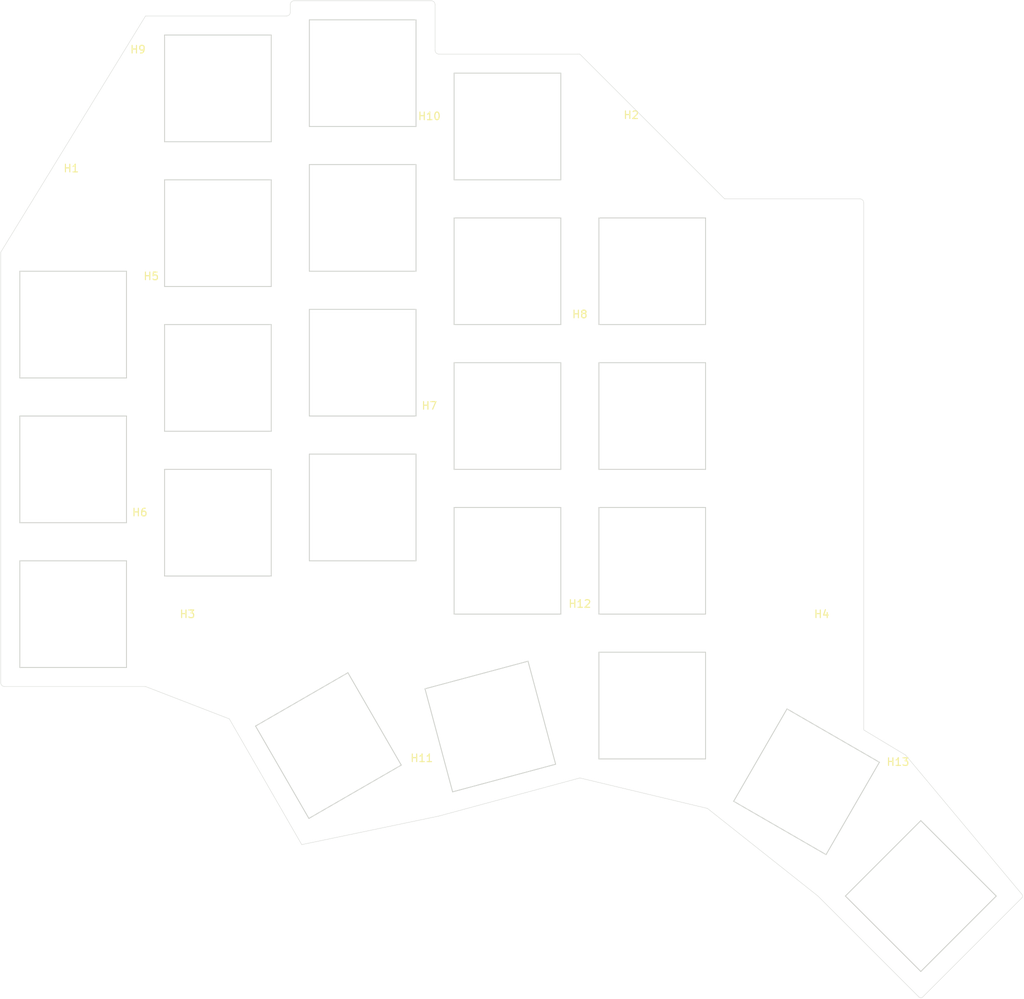
<source format=kicad_pcb>
(kicad_pcb (version 20171130) (host pcbnew 5.1.10)

  (general
    (thickness 1.6)
    (drawings 30)
    (tracks 0)
    (zones 0)
    (modules 36)
    (nets 1)
  )

  (page A4)
  (layers
    (0 F.Cu signal)
    (31 B.Cu signal)
    (32 B.Adhes user)
    (33 F.Adhes user)
    (34 B.Paste user)
    (35 F.Paste user)
    (36 B.SilkS user)
    (37 F.SilkS user)
    (38 B.Mask user)
    (39 F.Mask user)
    (40 Dwgs.User user)
    (41 Cmts.User user)
    (42 Eco1.User user)
    (43 Eco2.User user)
    (44 Edge.Cuts user)
    (45 Margin user)
    (46 B.CrtYd user)
    (47 F.CrtYd user)
    (48 B.Fab user)
    (49 F.Fab user)
  )

  (setup
    (last_trace_width 0.25)
    (trace_clearance 0.2)
    (zone_clearance 0.508)
    (zone_45_only no)
    (trace_min 0.2)
    (via_size 0.8)
    (via_drill 0.4)
    (via_min_size 0.6)
    (via_min_drill 0.3)
    (uvia_size 0.3)
    (uvia_drill 0.1)
    (uvias_allowed no)
    (uvia_min_size 0.2)
    (uvia_min_drill 0.1)
    (edge_width 0.05)
    (segment_width 0.2)
    (pcb_text_width 0.3)
    (pcb_text_size 1.5 1.5)
    (mod_edge_width 0.12)
    (mod_text_size 1 1)
    (mod_text_width 0.15)
    (pad_size 1.524 1.524)
    (pad_drill 0.762)
    (pad_to_mask_clearance 0.05)
    (aux_axis_origin 0 0)
    (visible_elements FFFFFF7F)
    (pcbplotparams
      (layerselection 0x010fc_ffffffff)
      (usegerberextensions false)
      (usegerberattributes true)
      (usegerberadvancedattributes true)
      (creategerberjobfile true)
      (excludeedgelayer true)
      (linewidth 0.100000)
      (plotframeref false)
      (viasonmask false)
      (mode 1)
      (useauxorigin false)
      (hpglpennumber 1)
      (hpglpenspeed 20)
      (hpglpendiameter 15.000000)
      (psnegative false)
      (psa4output false)
      (plotreference true)
      (plotvalue true)
      (plotinvisibletext false)
      (padsonsilk false)
      (subtractmaskfromsilk true)
      (outputformat 1)
      (mirror false)
      (drillshape 0)
      (scaleselection 1)
      (outputdirectory "gerbers"))
  )

  (net 0 "")

  (net_class Default "This is the default net class."
    (clearance 0.2)
    (trace_width 0.25)
    (via_dia 0.8)
    (via_drill 0.4)
    (uvia_dia 0.3)
    (uvia_drill 0.1)
  )

  (net_class Power ""
    (clearance 0.2)
    (trace_width 0.5)
    (via_dia 0.8)
    (via_drill 0.4)
    (uvia_dia 0.3)
    (uvia_drill 0.1)
  )

  (module kbd:SW_Hole (layer F.Cu) (tedit 5F1B7F65) (tstamp 60D8C71F)
    (at 62.5 81.25)
    (fp_text reference SW2 (at 7 8.1) (layer F.SilkS) hide
      (effects (font (size 1 1) (thickness 0.15)))
    )
    (fp_text value KEY_SWITCH (at -7.4 -8.1) (layer F.Fab) hide
      (effects (font (size 1 1) (thickness 0.15)))
    )
    (fp_line (start 7 -7) (end -7 -7) (layer Edge.Cuts) (width 0.12))
    (fp_line (start 7 7) (end 7 -7) (layer Edge.Cuts) (width 0.12))
    (fp_line (start -7 7) (end 7 7) (layer Edge.Cuts) (width 0.12))
    (fp_line (start -7 -7) (end -7 7) (layer Edge.Cuts) (width 0.12))
    (fp_line (start 9.525 -9.525) (end -9.525 -9.525) (layer F.Fab) (width 0.15))
    (fp_line (start -9.525 -9.525) (end -9.525 9.525) (layer F.Fab) (width 0.15))
    (fp_line (start -9.525 9.525) (end 9.525 9.525) (layer F.Fab) (width 0.15))
    (fp_line (start 9.525 9.525) (end 9.525 -9.525) (layer F.Fab) (width 0.15))
  )

  (module kbd:SW_Hole (layer F.Cu) (tedit 5F1B7F65) (tstamp 60D8C782)
    (at 62.5 24.25)
    (fp_text reference SW2 (at 7 8.1) (layer F.SilkS) hide
      (effects (font (size 1 1) (thickness 0.15)))
    )
    (fp_text value KEY_SWITCH (at -7.4 -8.1) (layer F.Fab) hide
      (effects (font (size 1 1) (thickness 0.15)))
    )
    (fp_line (start 7 -7) (end -7 -7) (layer Edge.Cuts) (width 0.12))
    (fp_line (start 7 7) (end 7 -7) (layer Edge.Cuts) (width 0.12))
    (fp_line (start -7 7) (end 7 7) (layer Edge.Cuts) (width 0.12))
    (fp_line (start -7 -7) (end -7 7) (layer Edge.Cuts) (width 0.12))
    (fp_line (start 9.525 -9.525) (end -9.525 -9.525) (layer F.Fab) (width 0.15))
    (fp_line (start -9.525 -9.525) (end -9.525 9.525) (layer F.Fab) (width 0.15))
    (fp_line (start -9.525 9.525) (end 9.525 9.525) (layer F.Fab) (width 0.15))
    (fp_line (start 9.525 9.525) (end 9.525 -9.525) (layer F.Fab) (width 0.15))
  )

  (module MountingHole:MountingHole_3.2mm_M3_ISO7380 (layer F.Cu) (tedit 56D1B4CB) (tstamp 60D8C820)
    (at 33 25)
    (descr "Mounting Hole 3.2mm, no annular, M3, ISO7380")
    (tags "mounting hole 3.2mm no annular m3 iso7380")
    (path /6167EB6B)
    (attr virtual)
    (fp_text reference H9 (at 0 -3.85) (layer F.SilkS)
      (effects (font (size 1 1) (thickness 0.15)))
    )
    (fp_text value MountingHole (at 0 3.85) (layer F.Fab)
      (effects (font (size 1 1) (thickness 0.15)))
    )
    (fp_circle (center 0 0) (end 3.1 0) (layer F.CrtYd) (width 0.05))
    (fp_circle (center 0 0) (end 2.85 0) (layer Cmts.User) (width 0.15))
    (fp_text user %R (at 0.3 0) (layer F.Fab)
      (effects (font (size 1 1) (thickness 0.15)))
    )
    (pad 1 np_thru_hole circle (at 0 0) (size 3.2 3.2) (drill 3.2) (layers *.Cu *.Mask))
  )

  (module kbd:SW_Hole (layer F.Cu) (tedit 5F1B7F65) (tstamp 60D8C86F)
    (at 43.5 26.25)
    (fp_text reference SW2 (at 7 8.1) (layer F.SilkS) hide
      (effects (font (size 1 1) (thickness 0.15)))
    )
    (fp_text value KEY_SWITCH (at -7.4 -8.1) (layer F.Fab) hide
      (effects (font (size 1 1) (thickness 0.15)))
    )
    (fp_line (start 7 -7) (end -7 -7) (layer Edge.Cuts) (width 0.12))
    (fp_line (start 7 7) (end 7 -7) (layer Edge.Cuts) (width 0.12))
    (fp_line (start -7 7) (end 7 7) (layer Edge.Cuts) (width 0.12))
    (fp_line (start -7 -7) (end -7 7) (layer Edge.Cuts) (width 0.12))
    (fp_line (start 9.525 -9.525) (end -9.525 -9.525) (layer F.Fab) (width 0.15))
    (fp_line (start -9.525 -9.525) (end -9.525 9.525) (layer F.Fab) (width 0.15))
    (fp_line (start -9.525 9.525) (end 9.525 9.525) (layer F.Fab) (width 0.15))
    (fp_line (start 9.525 9.525) (end 9.525 -9.525) (layer F.Fab) (width 0.15))
  )

  (module kbd:SW_Hole (layer F.Cu) (tedit 5F1B7F65) (tstamp 60D8C803)
    (at 62.5 43.25)
    (fp_text reference SW2 (at 7 8.1) (layer F.SilkS) hide
      (effects (font (size 1 1) (thickness 0.15)))
    )
    (fp_text value KEY_SWITCH (at -7.4 -8.1) (layer F.Fab) hide
      (effects (font (size 1 1) (thickness 0.15)))
    )
    (fp_line (start 7 -7) (end -7 -7) (layer Edge.Cuts) (width 0.12))
    (fp_line (start 7 7) (end 7 -7) (layer Edge.Cuts) (width 0.12))
    (fp_line (start -7 7) (end 7 7) (layer Edge.Cuts) (width 0.12))
    (fp_line (start -7 -7) (end -7 7) (layer Edge.Cuts) (width 0.12))
    (fp_line (start 9.525 -9.525) (end -9.525 -9.525) (layer F.Fab) (width 0.15))
    (fp_line (start -9.525 -9.525) (end -9.525 9.525) (layer F.Fab) (width 0.15))
    (fp_line (start -9.525 9.525) (end 9.525 9.525) (layer F.Fab) (width 0.15))
    (fp_line (start 9.525 9.525) (end 9.525 -9.525) (layer F.Fab) (width 0.15))
  )

  (module MountingHole:MountingHole_5.3mm_M5_ISO7380 (layer F.Cu) (tedit 56D1B4CB) (tstamp 60D8C7C9)
    (at 24.25 42.5)
    (descr "Mounting Hole 5.3mm, no annular, M5, ISO7380")
    (tags "mounting hole 5.3mm no annular m5 iso7380")
    (path /616435D9)
    (attr virtual)
    (fp_text reference H1 (at 0 -5.75) (layer F.SilkS)
      (effects (font (size 1 1) (thickness 0.15)))
    )
    (fp_text value MountingHole (at 0 5.75) (layer F.Fab)
      (effects (font (size 1 1) (thickness 0.15)))
    )
    (fp_circle (center 0 0) (end 5 0) (layer F.CrtYd) (width 0.05))
    (fp_circle (center 0 0) (end 4.75 0) (layer Cmts.User) (width 0.15))
    (fp_text user %R (at 0.3 0) (layer F.Fab)
      (effects (font (size 1 1) (thickness 0.15)))
    )
    (pad 1 np_thru_hole circle (at 0 0) (size 5.3 5.3) (drill 5.3) (layers *.Cu *.Mask))
  )

  (module MountingHole:MountingHole_5.3mm_M5_ISO7380 (layer F.Cu) (tedit 56D1B4CB) (tstamp 60D8C856)
    (at 97.75 35.5)
    (descr "Mounting Hole 5.3mm, no annular, M5, ISO7380")
    (tags "mounting hole 5.3mm no annular m5 iso7380")
    (path /61652C8C)
    (attr virtual)
    (fp_text reference H2 (at 0 -5.75) (layer F.SilkS)
      (effects (font (size 1 1) (thickness 0.15)))
    )
    (fp_text value MountingHole (at 0 5.75) (layer F.Fab)
      (effects (font (size 1 1) (thickness 0.15)))
    )
    (fp_circle (center 0 0) (end 4.75 0) (layer Cmts.User) (width 0.15))
    (fp_circle (center 0 0) (end 5 0) (layer F.CrtYd) (width 0.05))
    (fp_text user %R (at 0.3 0) (layer F.Fab)
      (effects (font (size 1 1) (thickness 0.15)))
    )
    (pad 1 np_thru_hole circle (at 0 0) (size 5.3 5.3) (drill 5.3) (layers *.Cu *.Mask))
  )

  (module MountingHole:MountingHole_3.2mm_M3_ISO7380 (layer F.Cu) (tedit 56D1B4CB) (tstamp 60D8C79F)
    (at 132.75 118.5)
    (descr "Mounting Hole 3.2mm, no annular, M3, ISO7380")
    (tags "mounting hole 3.2mm no annular m3 iso7380")
    (path /616BCAAD)
    (attr virtual)
    (fp_text reference H13 (at 0 -3.85) (layer F.SilkS)
      (effects (font (size 1 1) (thickness 0.15)))
    )
    (fp_text value MountingHole (at 0 3.85) (layer F.Fab)
      (effects (font (size 1 1) (thickness 0.15)))
    )
    (fp_circle (center 0 0) (end 2.85 0) (layer Cmts.User) (width 0.15))
    (fp_circle (center 0 0) (end 3.1 0) (layer F.CrtYd) (width 0.05))
    (fp_text user %R (at 0.3 0) (layer F.Fab)
      (effects (font (size 1 1) (thickness 0.15)))
    )
    (pad 1 np_thru_hole circle (at 0 0) (size 3.2 3.2) (drill 3.2) (layers *.Cu *.Mask))
  )

  (module MountingHole:MountingHole_3.2mm_M3_ISO7380 (layer F.Cu) (tedit 56D1B4CB) (tstamp 60D8C706)
    (at 91 97.75)
    (descr "Mounting Hole 3.2mm, no annular, M3, ISO7380")
    (tags "mounting hole 3.2mm no annular m3 iso7380")
    (path /616BCAA7)
    (attr virtual)
    (fp_text reference H12 (at 0 -3.85) (layer F.SilkS)
      (effects (font (size 1 1) (thickness 0.15)))
    )
    (fp_text value MountingHole (at 0 3.85) (layer F.Fab)
      (effects (font (size 1 1) (thickness 0.15)))
    )
    (fp_circle (center 0 0) (end 2.85 0) (layer Cmts.User) (width 0.15))
    (fp_circle (center 0 0) (end 3.1 0) (layer F.CrtYd) (width 0.05))
    (fp_text user %R (at 0.3 0) (layer F.Fab)
      (effects (font (size 1 1) (thickness 0.15)))
    )
    (pad 1 np_thru_hole circle (at 0 0) (size 3.2 3.2) (drill 3.2) (layers *.Cu *.Mask))
  )

  (module MountingHole:MountingHole_3.2mm_M3_ISO7380 (layer F.Cu) (tedit 56D1B4CB) (tstamp 60D8C7B4)
    (at 91 59.75)
    (descr "Mounting Hole 3.2mm, no annular, M3, ISO7380")
    (tags "mounting hole 3.2mm no annular m3 iso7380")
    (path /616786F2)
    (attr virtual)
    (fp_text reference H8 (at 0 -3.85) (layer F.SilkS)
      (effects (font (size 1 1) (thickness 0.15)))
    )
    (fp_text value MountingHole (at 0 3.85) (layer F.Fab)
      (effects (font (size 1 1) (thickness 0.15)))
    )
    (fp_circle (center 0 0) (end 2.85 0) (layer Cmts.User) (width 0.15))
    (fp_circle (center 0 0) (end 3.1 0) (layer F.CrtYd) (width 0.05))
    (fp_text user %R (at 0.3 0) (layer F.Fab)
      (effects (font (size 1 1) (thickness 0.15)))
    )
    (pad 1 np_thru_hole circle (at 0 0) (size 3.2 3.2) (drill 3.2) (layers *.Cu *.Mask))
  )

  (module kbd:SW_Hole (layer F.Cu) (tedit 5F1B7F65) (tstamp 60D8C740)
    (at 43.5 83.25)
    (fp_text reference SW2 (at 7 8.1) (layer F.SilkS) hide
      (effects (font (size 1 1) (thickness 0.15)))
    )
    (fp_text value KEY_SWITCH (at -7.4 -8.1) (layer F.Fab) hide
      (effects (font (size 1 1) (thickness 0.15)))
    )
    (fp_line (start 7 -7) (end -7 -7) (layer Edge.Cuts) (width 0.12))
    (fp_line (start 7 7) (end 7 -7) (layer Edge.Cuts) (width 0.12))
    (fp_line (start -7 7) (end 7 7) (layer Edge.Cuts) (width 0.12))
    (fp_line (start -7 -7) (end -7 7) (layer Edge.Cuts) (width 0.12))
    (fp_line (start 9.525 -9.525) (end -9.525 -9.525) (layer F.Fab) (width 0.15))
    (fp_line (start -9.525 -9.525) (end -9.525 9.525) (layer F.Fab) (width 0.15))
    (fp_line (start -9.525 9.525) (end 9.525 9.525) (layer F.Fab) (width 0.15))
    (fp_line (start 9.525 9.525) (end 9.525 -9.525) (layer F.Fab) (width 0.15))
  )

  (module kbd:SW_Hole (layer F.Cu) (tedit 5F1B7F65) (tstamp 60D8C839)
    (at 81.5 88.25)
    (fp_text reference SW2 (at 7 8.1) (layer F.SilkS) hide
      (effects (font (size 1 1) (thickness 0.15)))
    )
    (fp_text value KEY_SWITCH (at -7.4 -8.1) (layer F.Fab) hide
      (effects (font (size 1 1) (thickness 0.15)))
    )
    (fp_line (start 7 -7) (end -7 -7) (layer Edge.Cuts) (width 0.12))
    (fp_line (start 7 7) (end 7 -7) (layer Edge.Cuts) (width 0.12))
    (fp_line (start -7 7) (end 7 7) (layer Edge.Cuts) (width 0.12))
    (fp_line (start -7 -7) (end -7 7) (layer Edge.Cuts) (width 0.12))
    (fp_line (start 9.525 -9.525) (end -9.525 -9.525) (layer F.Fab) (width 0.15))
    (fp_line (start -9.525 -9.525) (end -9.525 9.525) (layer F.Fab) (width 0.15))
    (fp_line (start -9.525 9.525) (end 9.525 9.525) (layer F.Fab) (width 0.15))
    (fp_line (start 9.525 9.525) (end 9.525 -9.525) (layer F.Fab) (width 0.15))
  )

  (module kbd:SW_Hole (layer F.Cu) (tedit 5F1B7F65) (tstamp 60D8C58D)
    (at 120.75 117.25 330)
    (fp_text reference SW2 (at 7 8.1 150) (layer F.SilkS) hide
      (effects (font (size 1 1) (thickness 0.15)))
    )
    (fp_text value KEY_SWITCH (at -7.4 -8.1 150) (layer F.Fab) hide
      (effects (font (size 1 1) (thickness 0.15)))
    )
    (fp_line (start 7 -7) (end -7 -7) (layer Edge.Cuts) (width 0.12))
    (fp_line (start 7 7) (end 7 -7) (layer Edge.Cuts) (width 0.12))
    (fp_line (start -7 7) (end 7 7) (layer Edge.Cuts) (width 0.12))
    (fp_line (start -7 -7) (end -7 7) (layer Edge.Cuts) (width 0.12))
    (fp_line (start 9.525 -9.525) (end -9.525 -9.525) (layer F.Fab) (width 0.15))
    (fp_line (start -9.525 -9.525) (end -9.525 9.525) (layer F.Fab) (width 0.15))
    (fp_line (start -9.525 9.525) (end 9.525 9.525) (layer F.Fab) (width 0.15))
    (fp_line (start 9.525 9.525) (end 9.525 -9.525) (layer F.Fab) (width 0.15))
  )

  (module kbd:SW_Hole (layer F.Cu) (tedit 5F1B7F65) (tstamp 60D8C5F9)
    (at 79.25 110 15)
    (fp_text reference SW2 (at 7 8.1 15) (layer F.SilkS) hide
      (effects (font (size 1 1) (thickness 0.15)))
    )
    (fp_text value KEY_SWITCH (at -7.4 -8.1 15) (layer F.Fab) hide
      (effects (font (size 1 1) (thickness 0.15)))
    )
    (fp_line (start 7 -7) (end -7 -7) (layer Edge.Cuts) (width 0.12))
    (fp_line (start 7 7) (end 7 -7) (layer Edge.Cuts) (width 0.12))
    (fp_line (start -7 7) (end 7 7) (layer Edge.Cuts) (width 0.12))
    (fp_line (start -7 -7) (end -7 7) (layer Edge.Cuts) (width 0.12))
    (fp_line (start 9.525 -9.525) (end -9.525 -9.525) (layer F.Fab) (width 0.15))
    (fp_line (start -9.525 -9.525) (end -9.525 9.525) (layer F.Fab) (width 0.15))
    (fp_line (start -9.525 9.525) (end 9.525 9.525) (layer F.Fab) (width 0.15))
    (fp_line (start 9.525 9.525) (end 9.525 -9.525) (layer F.Fab) (width 0.15))
  )

  (module kbd:SW_Hole (layer F.Cu) (tedit 5F1B7F65) (tstamp 60D8C8E7)
    (at 24.5 76.25)
    (fp_text reference SW2 (at 7 8.1) (layer F.SilkS) hide
      (effects (font (size 1 1) (thickness 0.15)))
    )
    (fp_text value KEY_SWITCH (at -7.4 -8.1) (layer F.Fab) hide
      (effects (font (size 1 1) (thickness 0.15)))
    )
    (fp_line (start 7 -7) (end -7 -7) (layer Edge.Cuts) (width 0.12))
    (fp_line (start 7 7) (end 7 -7) (layer Edge.Cuts) (width 0.12))
    (fp_line (start -7 7) (end 7 7) (layer Edge.Cuts) (width 0.12))
    (fp_line (start -7 -7) (end -7 7) (layer Edge.Cuts) (width 0.12))
    (fp_line (start 9.525 -9.525) (end -9.525 -9.525) (layer F.Fab) (width 0.15))
    (fp_line (start -9.525 -9.525) (end -9.525 9.525) (layer F.Fab) (width 0.15))
    (fp_line (start -9.525 9.525) (end 9.525 9.525) (layer F.Fab) (width 0.15))
    (fp_line (start 9.525 9.525) (end 9.525 -9.525) (layer F.Fab) (width 0.15))
  )

  (module kbd:SW_Hole (layer F.Cu) (tedit 5F1B7F65) (tstamp 60D8C65C)
    (at 24.5 95.25)
    (fp_text reference SW2 (at 7 8.1) (layer F.SilkS) hide
      (effects (font (size 1 1) (thickness 0.15)))
    )
    (fp_text value KEY_SWITCH (at -7.4 -8.1) (layer F.Fab) hide
      (effects (font (size 1 1) (thickness 0.15)))
    )
    (fp_line (start 7 -7) (end -7 -7) (layer Edge.Cuts) (width 0.12))
    (fp_line (start 7 7) (end 7 -7) (layer Edge.Cuts) (width 0.12))
    (fp_line (start -7 7) (end 7 7) (layer Edge.Cuts) (width 0.12))
    (fp_line (start -7 -7) (end -7 7) (layer Edge.Cuts) (width 0.12))
    (fp_line (start 9.525 -9.525) (end -9.525 -9.525) (layer F.Fab) (width 0.15))
    (fp_line (start -9.525 -9.525) (end -9.525 9.525) (layer F.Fab) (width 0.15))
    (fp_line (start -9.525 9.525) (end 9.525 9.525) (layer F.Fab) (width 0.15))
    (fp_line (start 9.525 9.525) (end 9.525 -9.525) (layer F.Fab) (width 0.15))
  )

  (module MountingHole:MountingHole_3.2mm_M3_ISO7380 (layer F.Cu) (tedit 56D1B4CB) (tstamp 60D8C69A)
    (at 70.25 118)
    (descr "Mounting Hole 3.2mm, no annular, M3, ISO7380")
    (tags "mounting hole 3.2mm no annular m3 iso7380")
    (path /616BCAA1)
    (attr virtual)
    (fp_text reference H11 (at 0 -3.85) (layer F.SilkS)
      (effects (font (size 1 1) (thickness 0.15)))
    )
    (fp_text value MountingHole (at 0 3.85) (layer F.Fab)
      (effects (font (size 1 1) (thickness 0.15)))
    )
    (fp_circle (center 0 0) (end 3.1 0) (layer F.CrtYd) (width 0.05))
    (fp_circle (center 0 0) (end 2.85 0) (layer Cmts.User) (width 0.15))
    (fp_text user %R (at 0.3 0) (layer F.Fab)
      (effects (font (size 1 1) (thickness 0.15)))
    )
    (pad 1 np_thru_hole circle (at 0 0) (size 3.2 3.2) (drill 3.2) (layers *.Cu *.Mask))
  )

  (module MountingHole:MountingHole_5.3mm_M5_ISO7380 (layer F.Cu) (tedit 56D1B4CB) (tstamp 60D8C574)
    (at 122.75 101)
    (descr "Mounting Hole 5.3mm, no annular, M5, ISO7380")
    (tags "mounting hole 5.3mm no annular m5 iso7380")
    (path /6165F55E)
    (attr virtual)
    (fp_text reference H4 (at 0 -5.75) (layer F.SilkS)
      (effects (font (size 1 1) (thickness 0.15)))
    )
    (fp_text value MountingHole (at 0 5.75) (layer F.Fab)
      (effects (font (size 1 1) (thickness 0.15)))
    )
    (fp_circle (center 0 0) (end 5 0) (layer F.CrtYd) (width 0.05))
    (fp_circle (center 0 0) (end 4.75 0) (layer Cmts.User) (width 0.15))
    (fp_text user %R (at 0.3 0) (layer F.Fab)
      (effects (font (size 1 1) (thickness 0.15)))
    )
    (pad 1 np_thru_hole circle (at 0 0) (size 5.3 5.3) (drill 5.3) (layers *.Cu *.Mask))
  )

  (module kbd:SW_Hole (layer F.Cu) (tedit 5F1B7F65) (tstamp 60D8C8B1)
    (at 43.5 64.25)
    (fp_text reference SW2 (at 7 8.1) (layer F.SilkS) hide
      (effects (font (size 1 1) (thickness 0.15)))
    )
    (fp_text value KEY_SWITCH (at -7.4 -8.1) (layer F.Fab) hide
      (effects (font (size 1 1) (thickness 0.15)))
    )
    (fp_line (start 7 -7) (end -7 -7) (layer Edge.Cuts) (width 0.12))
    (fp_line (start 7 7) (end 7 -7) (layer Edge.Cuts) (width 0.12))
    (fp_line (start -7 7) (end 7 7) (layer Edge.Cuts) (width 0.12))
    (fp_line (start -7 -7) (end -7 7) (layer Edge.Cuts) (width 0.12))
    (fp_line (start 9.525 -9.525) (end -9.525 -9.525) (layer F.Fab) (width 0.15))
    (fp_line (start -9.525 -9.525) (end -9.525 9.525) (layer F.Fab) (width 0.15))
    (fp_line (start -9.525 9.525) (end 9.525 9.525) (layer F.Fab) (width 0.15))
    (fp_line (start 9.525 9.525) (end 9.525 -9.525) (layer F.Fab) (width 0.15))
  )

  (module kbd:SW_Hole (layer F.Cu) (tedit 5F1B7F65) (tstamp 60D8C890)
    (at 135.75 132.25 315)
    (fp_text reference SW2 (at 7 8.1 135) (layer F.SilkS) hide
      (effects (font (size 1 1) (thickness 0.15)))
    )
    (fp_text value KEY_SWITCH (at -7.4 -8.1 135) (layer F.Fab) hide
      (effects (font (size 1 1) (thickness 0.15)))
    )
    (fp_line (start 7 -7) (end -7 -7) (layer Edge.Cuts) (width 0.12))
    (fp_line (start 7 7) (end 7 -7) (layer Edge.Cuts) (width 0.12))
    (fp_line (start -7 7) (end 7 7) (layer Edge.Cuts) (width 0.12))
    (fp_line (start -7 -7) (end -7 7) (layer Edge.Cuts) (width 0.12))
    (fp_line (start 9.525 -9.525) (end -9.525 -9.525) (layer F.Fab) (width 0.15))
    (fp_line (start -9.525 -9.525) (end -9.525 9.525) (layer F.Fab) (width 0.15))
    (fp_line (start -9.525 9.525) (end 9.525 9.525) (layer F.Fab) (width 0.15))
    (fp_line (start 9.525 9.525) (end 9.525 -9.525) (layer F.Fab) (width 0.15))
  )

  (module kbd:SW_Hole (layer F.Cu) (tedit 5F1B7F65) (tstamp 60D8C67D)
    (at 81.5 50.25)
    (fp_text reference SW2 (at 7 8.1) (layer F.SilkS) hide
      (effects (font (size 1 1) (thickness 0.15)))
    )
    (fp_text value KEY_SWITCH (at -7.4 -8.1) (layer F.Fab) hide
      (effects (font (size 1 1) (thickness 0.15)))
    )
    (fp_line (start 7 -7) (end -7 -7) (layer Edge.Cuts) (width 0.12))
    (fp_line (start 7 7) (end 7 -7) (layer Edge.Cuts) (width 0.12))
    (fp_line (start -7 7) (end 7 7) (layer Edge.Cuts) (width 0.12))
    (fp_line (start -7 -7) (end -7 7) (layer Edge.Cuts) (width 0.12))
    (fp_line (start 9.525 -9.525) (end -9.525 -9.525) (layer F.Fab) (width 0.15))
    (fp_line (start -9.525 -9.525) (end -9.525 9.525) (layer F.Fab) (width 0.15))
    (fp_line (start -9.525 9.525) (end 9.525 9.525) (layer F.Fab) (width 0.15))
    (fp_line (start 9.525 9.525) (end 9.525 -9.525) (layer F.Fab) (width 0.15))
  )

  (module MountingHole:MountingHole_5.3mm_M5_ISO7380 (layer F.Cu) (tedit 56D1B4CB) (tstamp 60D8C5E0)
    (at 39.5 101)
    (descr "Mounting Hole 5.3mm, no annular, M5, ISO7380")
    (tags "mounting hole 5.3mm no annular m5 iso7380")
    (path /616590F7)
    (attr virtual)
    (fp_text reference H3 (at 0 -5.75) (layer F.SilkS)
      (effects (font (size 1 1) (thickness 0.15)))
    )
    (fp_text value MountingHole (at 0 5.75) (layer F.Fab)
      (effects (font (size 1 1) (thickness 0.15)))
    )
    (fp_circle (center 0 0) (end 4.75 0) (layer Cmts.User) (width 0.15))
    (fp_circle (center 0 0) (end 5 0) (layer F.CrtYd) (width 0.05))
    (fp_text user %R (at 0.3 0) (layer F.Fab)
      (effects (font (size 1 1) (thickness 0.15)))
    )
    (pad 1 np_thru_hole circle (at 0 0) (size 5.3 5.3) (drill 5.3) (layers *.Cu *.Mask))
  )

  (module kbd:SW_Hole (layer F.Cu) (tedit 5F1B7F65) (tstamp 60D8C761)
    (at 81.5 69.25)
    (fp_text reference SW2 (at 7 8.1) (layer F.SilkS) hide
      (effects (font (size 1 1) (thickness 0.15)))
    )
    (fp_text value KEY_SWITCH (at -7.4 -8.1) (layer F.Fab) hide
      (effects (font (size 1 1) (thickness 0.15)))
    )
    (fp_line (start 7 -7) (end -7 -7) (layer Edge.Cuts) (width 0.12))
    (fp_line (start 7 7) (end 7 -7) (layer Edge.Cuts) (width 0.12))
    (fp_line (start -7 7) (end 7 7) (layer Edge.Cuts) (width 0.12))
    (fp_line (start -7 -7) (end -7 7) (layer Edge.Cuts) (width 0.12))
    (fp_line (start 9.525 -9.525) (end -9.525 -9.525) (layer F.Fab) (width 0.15))
    (fp_line (start -9.525 -9.525) (end -9.525 9.525) (layer F.Fab) (width 0.15))
    (fp_line (start -9.525 9.525) (end 9.525 9.525) (layer F.Fab) (width 0.15))
    (fp_line (start 9.525 9.525) (end 9.525 -9.525) (layer F.Fab) (width 0.15))
  )

  (module kbd:SW_Hole (layer F.Cu) (tedit 5F1B7F65) (tstamp 60D8C557)
    (at 100.5 107.25)
    (fp_text reference SW2 (at 7 8.1) (layer F.SilkS) hide
      (effects (font (size 1 1) (thickness 0.15)))
    )
    (fp_text value KEY_SWITCH (at -7.4 -8.1) (layer F.Fab) hide
      (effects (font (size 1 1) (thickness 0.15)))
    )
    (fp_line (start 7 -7) (end -7 -7) (layer Edge.Cuts) (width 0.12))
    (fp_line (start 7 7) (end 7 -7) (layer Edge.Cuts) (width 0.12))
    (fp_line (start -7 7) (end 7 7) (layer Edge.Cuts) (width 0.12))
    (fp_line (start -7 -7) (end -7 7) (layer Edge.Cuts) (width 0.12))
    (fp_line (start 9.525 -9.525) (end -9.525 -9.525) (layer F.Fab) (width 0.15))
    (fp_line (start -9.525 -9.525) (end -9.525 9.525) (layer F.Fab) (width 0.15))
    (fp_line (start -9.525 9.525) (end 9.525 9.525) (layer F.Fab) (width 0.15))
    (fp_line (start 9.525 9.525) (end 9.525 -9.525) (layer F.Fab) (width 0.15))
  )

  (module MountingHole:MountingHole_3.2mm_M3_ISO7380 (layer F.Cu) (tedit 56D1B4CB) (tstamp 60D8C5AA)
    (at 71.25 33.75)
    (descr "Mounting Hole 3.2mm, no annular, M3, ISO7380")
    (tags "mounting hole 3.2mm no annular m3 iso7380")
    (path /616BCA9B)
    (attr virtual)
    (fp_text reference H10 (at 0 -3.85) (layer F.SilkS)
      (effects (font (size 1 1) (thickness 0.15)))
    )
    (fp_text value MountingHole (at 0 3.85) (layer F.Fab)
      (effects (font (size 1 1) (thickness 0.15)))
    )
    (fp_circle (center 0 0) (end 2.85 0) (layer Cmts.User) (width 0.15))
    (fp_circle (center 0 0) (end 3.1 0) (layer F.CrtYd) (width 0.05))
    (fp_text user %R (at 0.3 0) (layer F.Fab)
      (effects (font (size 1 1) (thickness 0.15)))
    )
    (pad 1 np_thru_hole circle (at 0 0) (size 3.2 3.2) (drill 3.2) (layers *.Cu *.Mask))
  )

  (module kbd:SW_Hole (layer F.Cu) (tedit 5F1B7F65) (tstamp 60D8C5C3)
    (at 100.5 50.25)
    (fp_text reference SW2 (at 7 8.1) (layer F.SilkS) hide
      (effects (font (size 1 1) (thickness 0.15)))
    )
    (fp_text value KEY_SWITCH (at -7.4 -8.1) (layer F.Fab) hide
      (effects (font (size 1 1) (thickness 0.15)))
    )
    (fp_line (start 7 -7) (end -7 -7) (layer Edge.Cuts) (width 0.12))
    (fp_line (start 7 7) (end 7 -7) (layer Edge.Cuts) (width 0.12))
    (fp_line (start -7 7) (end 7 7) (layer Edge.Cuts) (width 0.12))
    (fp_line (start -7 -7) (end -7 7) (layer Edge.Cuts) (width 0.12))
    (fp_line (start 9.525 -9.525) (end -9.525 -9.525) (layer F.Fab) (width 0.15))
    (fp_line (start -9.525 -9.525) (end -9.525 9.525) (layer F.Fab) (width 0.15))
    (fp_line (start -9.525 9.525) (end 9.525 9.525) (layer F.Fab) (width 0.15))
    (fp_line (start 9.525 9.525) (end 9.525 -9.525) (layer F.Fab) (width 0.15))
  )

  (module kbd:SW_Hole (layer F.Cu) (tedit 5F1B7F65) (tstamp 60D8C6B3)
    (at 100.5 69.25)
    (fp_text reference SW2 (at 7 8.1) (layer F.SilkS) hide
      (effects (font (size 1 1) (thickness 0.15)))
    )
    (fp_text value KEY_SWITCH (at -7.4 -8.1) (layer F.Fab) hide
      (effects (font (size 1 1) (thickness 0.15)))
    )
    (fp_line (start 7 -7) (end -7 -7) (layer Edge.Cuts) (width 0.12))
    (fp_line (start 7 7) (end 7 -7) (layer Edge.Cuts) (width 0.12))
    (fp_line (start -7 7) (end 7 7) (layer Edge.Cuts) (width 0.12))
    (fp_line (start -7 -7) (end -7 7) (layer Edge.Cuts) (width 0.12))
    (fp_line (start 9.525 -9.525) (end -9.525 -9.525) (layer F.Fab) (width 0.15))
    (fp_line (start -9.525 -9.525) (end -9.525 9.525) (layer F.Fab) (width 0.15))
    (fp_line (start -9.525 9.525) (end 9.525 9.525) (layer F.Fab) (width 0.15))
    (fp_line (start 9.525 9.525) (end 9.525 -9.525) (layer F.Fab) (width 0.15))
  )

  (module kbd:SW_Hole (layer F.Cu) (tedit 5F1B7F65) (tstamp 60D8C7E2)
    (at 81.5 31.25)
    (fp_text reference SW2 (at 7 8.1) (layer F.SilkS) hide
      (effects (font (size 1 1) (thickness 0.15)))
    )
    (fp_text value KEY_SWITCH (at -7.4 -8.1) (layer F.Fab) hide
      (effects (font (size 1 1) (thickness 0.15)))
    )
    (fp_line (start 7 -7) (end -7 -7) (layer Edge.Cuts) (width 0.12))
    (fp_line (start 7 7) (end 7 -7) (layer Edge.Cuts) (width 0.12))
    (fp_line (start -7 7) (end 7 7) (layer Edge.Cuts) (width 0.12))
    (fp_line (start -7 -7) (end -7 7) (layer Edge.Cuts) (width 0.12))
    (fp_line (start 9.525 -9.525) (end -9.525 -9.525) (layer F.Fab) (width 0.15))
    (fp_line (start -9.525 -9.525) (end -9.525 9.525) (layer F.Fab) (width 0.15))
    (fp_line (start -9.525 9.525) (end 9.525 9.525) (layer F.Fab) (width 0.15))
    (fp_line (start 9.525 9.525) (end 9.525 -9.525) (layer F.Fab) (width 0.15))
  )

  (module kbd:SW_Hole (layer F.Cu) (tedit 5F1B7F65) (tstamp 60D8C929)
    (at 43.5 45.25)
    (fp_text reference SW2 (at 7 8.1) (layer F.SilkS) hide
      (effects (font (size 1 1) (thickness 0.15)))
    )
    (fp_text value KEY_SWITCH (at -7.4 -8.1) (layer F.Fab) hide
      (effects (font (size 1 1) (thickness 0.15)))
    )
    (fp_line (start 7 -7) (end -7 -7) (layer Edge.Cuts) (width 0.12))
    (fp_line (start 7 7) (end 7 -7) (layer Edge.Cuts) (width 0.12))
    (fp_line (start -7 7) (end 7 7) (layer Edge.Cuts) (width 0.12))
    (fp_line (start -7 -7) (end -7 7) (layer Edge.Cuts) (width 0.12))
    (fp_line (start 9.525 -9.525) (end -9.525 -9.525) (layer F.Fab) (width 0.15))
    (fp_line (start -9.525 -9.525) (end -9.525 9.525) (layer F.Fab) (width 0.15))
    (fp_line (start -9.525 9.525) (end 9.525 9.525) (layer F.Fab) (width 0.15))
    (fp_line (start 9.525 9.525) (end 9.525 -9.525) (layer F.Fab) (width 0.15))
  )

  (module kbd:SW_Hole (layer F.Cu) (tedit 5F1B7F65) (tstamp 60D8C63B)
    (at 58 112.501854 30)
    (fp_text reference SW2 (at 7 8.1 30) (layer F.SilkS) hide
      (effects (font (size 1 1) (thickness 0.15)))
    )
    (fp_text value KEY_SWITCH (at -7.4 -8.1 30) (layer F.Fab) hide
      (effects (font (size 1 1) (thickness 0.15)))
    )
    (fp_line (start 7 -7) (end -7 -7) (layer Edge.Cuts) (width 0.12))
    (fp_line (start 7 7) (end 7 -7) (layer Edge.Cuts) (width 0.12))
    (fp_line (start -7 7) (end 7 7) (layer Edge.Cuts) (width 0.12))
    (fp_line (start -7 -7) (end -7 7) (layer Edge.Cuts) (width 0.12))
    (fp_line (start 9.525 -9.525) (end -9.525 -9.525) (layer F.Fab) (width 0.15))
    (fp_line (start -9.525 -9.525) (end -9.525 9.525) (layer F.Fab) (width 0.15))
    (fp_line (start -9.525 9.525) (end 9.525 9.525) (layer F.Fab) (width 0.15))
    (fp_line (start 9.525 9.525) (end 9.525 -9.525) (layer F.Fab) (width 0.15))
  )

  (module kbd:SW_Hole (layer F.Cu) (tedit 5F1B7F65) (tstamp 60D8C908)
    (at 24.5 57.25)
    (fp_text reference SW2 (at 7 8.1) (layer F.SilkS) hide
      (effects (font (size 1 1) (thickness 0.15)))
    )
    (fp_text value KEY_SWITCH (at -7.4 -8.1) (layer F.Fab) hide
      (effects (font (size 1 1) (thickness 0.15)))
    )
    (fp_line (start 7 -7) (end -7 -7) (layer Edge.Cuts) (width 0.12))
    (fp_line (start 7 7) (end 7 -7) (layer Edge.Cuts) (width 0.12))
    (fp_line (start -7 7) (end 7 7) (layer Edge.Cuts) (width 0.12))
    (fp_line (start -7 -7) (end -7 7) (layer Edge.Cuts) (width 0.12))
    (fp_line (start 9.525 -9.525) (end -9.525 -9.525) (layer F.Fab) (width 0.15))
    (fp_line (start -9.525 -9.525) (end -9.525 9.525) (layer F.Fab) (width 0.15))
    (fp_line (start -9.525 9.525) (end 9.525 9.525) (layer F.Fab) (width 0.15))
    (fp_line (start 9.525 9.525) (end 9.525 -9.525) (layer F.Fab) (width 0.15))
  )

  (module MountingHole:MountingHole_3.2mm_M3_ISO7380 (layer F.Cu) (tedit 56D1B4CB) (tstamp 60D8C6F1)
    (at 34.75 54.75)
    (descr "Mounting Hole 3.2mm, no annular, M3, ISO7380")
    (tags "mounting hole 3.2mm no annular m3 iso7380")
    (path /616659B7)
    (attr virtual)
    (fp_text reference H5 (at 0 -3.85) (layer F.SilkS)
      (effects (font (size 1 1) (thickness 0.15)))
    )
    (fp_text value MountingHole (at 0 3.85) (layer F.Fab)
      (effects (font (size 1 1) (thickness 0.15)))
    )
    (fp_circle (center 0 0) (end 3.1 0) (layer F.CrtYd) (width 0.05))
    (fp_circle (center 0 0) (end 2.85 0) (layer Cmts.User) (width 0.15))
    (fp_text user %R (at 0.3 0) (layer F.Fab)
      (effects (font (size 1 1) (thickness 0.15)))
    )
    (pad 1 np_thru_hole circle (at 0 0) (size 3.2 3.2) (drill 3.2) (layers *.Cu *.Mask))
  )

  (module kbd:SW_Hole (layer F.Cu) (tedit 5F1B7F65) (tstamp 60D8C6D4)
    (at 100.5 88.25)
    (fp_text reference SW2 (at 7 8.1) (layer F.SilkS) hide
      (effects (font (size 1 1) (thickness 0.15)))
    )
    (fp_text value KEY_SWITCH (at -7.4 -8.1) (layer F.Fab) hide
      (effects (font (size 1 1) (thickness 0.15)))
    )
    (fp_line (start 7 -7) (end -7 -7) (layer Edge.Cuts) (width 0.12))
    (fp_line (start 7 7) (end 7 -7) (layer Edge.Cuts) (width 0.12))
    (fp_line (start -7 7) (end 7 7) (layer Edge.Cuts) (width 0.12))
    (fp_line (start -7 -7) (end -7 7) (layer Edge.Cuts) (width 0.12))
    (fp_line (start 9.525 -9.525) (end -9.525 -9.525) (layer F.Fab) (width 0.15))
    (fp_line (start -9.525 -9.525) (end -9.525 9.525) (layer F.Fab) (width 0.15))
    (fp_line (start -9.525 9.525) (end 9.525 9.525) (layer F.Fab) (width 0.15))
    (fp_line (start 9.525 9.525) (end 9.525 -9.525) (layer F.Fab) (width 0.15))
  )

  (module kbd:SW_Hole (layer F.Cu) (tedit 5F1B7F65) (tstamp 60D8C61A)
    (at 62.5 62.25)
    (fp_text reference SW2 (at 7 8.1) (layer F.SilkS) hide
      (effects (font (size 1 1) (thickness 0.15)))
    )
    (fp_text value KEY_SWITCH (at -7.4 -8.1) (layer F.Fab) hide
      (effects (font (size 1 1) (thickness 0.15)))
    )
    (fp_line (start 7 -7) (end -7 -7) (layer Edge.Cuts) (width 0.12))
    (fp_line (start 7 7) (end 7 -7) (layer Edge.Cuts) (width 0.12))
    (fp_line (start -7 7) (end 7 7) (layer Edge.Cuts) (width 0.12))
    (fp_line (start -7 -7) (end -7 7) (layer Edge.Cuts) (width 0.12))
    (fp_line (start 9.525 -9.525) (end -9.525 -9.525) (layer F.Fab) (width 0.15))
    (fp_line (start -9.525 -9.525) (end -9.525 9.525) (layer F.Fab) (width 0.15))
    (fp_line (start -9.525 9.525) (end 9.525 9.525) (layer F.Fab) (width 0.15))
    (fp_line (start 9.525 9.525) (end 9.525 -9.525) (layer F.Fab) (width 0.15))
  )

  (module MountingHole:MountingHole_3.2mm_M3_ISO7380 (layer F.Cu) (tedit 56D1B4CB) (tstamp 60D8C8CE)
    (at 33.25 85.75)
    (descr "Mounting Hole 3.2mm, no annular, M3, ISO7380")
    (tags "mounting hole 3.2mm no annular m3 iso7380")
    (path /6166BE18)
    (attr virtual)
    (fp_text reference H6 (at 0 -3.85) (layer F.SilkS)
      (effects (font (size 1 1) (thickness 0.15)))
    )
    (fp_text value MountingHole (at 0 3.85) (layer F.Fab)
      (effects (font (size 1 1) (thickness 0.15)))
    )
    (fp_circle (center 0 0) (end 2.85 0) (layer Cmts.User) (width 0.15))
    (fp_circle (center 0 0) (end 3.1 0) (layer F.CrtYd) (width 0.05))
    (fp_text user %R (at 0.3 0) (layer F.Fab)
      (effects (font (size 1 1) (thickness 0.15)))
    )
    (pad 1 np_thru_hole circle (at 0 0) (size 3.2 3.2) (drill 3.2) (layers *.Cu *.Mask))
  )

  (module MountingHole:MountingHole_3.2mm_M3_ISO7380 (layer F.Cu) (tedit 56D1B4CB) (tstamp 60D8C53E)
    (at 71.25 71.75)
    (descr "Mounting Hole 3.2mm, no annular, M3, ISO7380")
    (tags "mounting hole 3.2mm no annular m3 iso7380")
    (path /61672281)
    (attr virtual)
    (fp_text reference H7 (at 0 -3.85) (layer F.SilkS)
      (effects (font (size 1 1) (thickness 0.15)))
    )
    (fp_text value MountingHole (at 0 3.85) (layer F.Fab)
      (effects (font (size 1 1) (thickness 0.15)))
    )
    (fp_circle (center 0 0) (end 2.85 0) (layer Cmts.User) (width 0.15))
    (fp_circle (center 0 0) (end 3.1 0) (layer F.CrtYd) (width 0.05))
    (fp_text user %R (at 0.3 0) (layer F.Fab)
      (effects (font (size 1 1) (thickness 0.15)))
    )
    (pad 1 np_thru_hole circle (at 0 0) (size 3.2 3.2) (drill 3.2) (layers *.Cu *.Mask))
  )

  (gr_arc (start 135.75 145.25) (end 135.500001 145.499999) (angle -90) (layer Edge.Cuts) (width 0.05) (tstamp 60D960EA))
  (gr_line (start 128.25 41.25) (end 128.25 110.25) (layer Edge.Cuts) (width 0.05) (tstamp 60D8A2EF))
  (gr_arc (start 15.5 104.25) (end 15 104.25) (angle -90) (layer Edge.Cuts) (width 0.05) (tstamp 60D8A2EE))
  (gr_line (start 72.5 21.75) (end 91 21.75) (layer Edge.Cuts) (width 0.05) (tstamp 60D8A2ED))
  (gr_line (start 53.5 14.75) (end 71.5 14.75) (layer Edge.Cuts) (width 0.05) (tstamp 60D8A2EC))
  (gr_arc (start 127.75 41.25) (end 128.25 41.25) (angle -90) (layer Edge.Cuts) (width 0.05) (tstamp 60D8A2EB))
  (gr_line (start 148.999999 132.499999) (end 135.999999 145.499999) (layer Edge.Cuts) (width 0.05) (tstamp 60D8A284))
  (gr_arc (start 71.5 15.25) (end 72 15.25) (angle -90) (layer Edge.Cuts) (width 0.05) (tstamp 60D8A264))
  (gr_line (start 135.500001 145.499999) (end 122.25 132.25) (layer Edge.Cuts) (width 0.05) (tstamp 60D8A21E))
  (gr_line (start 72.5 121.75) (end 54.5 125.5) (layer Edge.Cuts) (width 0.05) (tstamp 60D8A20B))
  (gr_line (start 34 16.75) (end 52.5 16.75) (layer Edge.Cuts) (width 0.05) (tstamp 60D8A19E))
  (gr_arc (start 72.5 21.25) (end 72 21.25) (angle -90) (layer Edge.Cuts) (width 0.05) (tstamp 60D8A18F))
  (gr_line (start 110 40.75) (end 127.75 40.75) (layer Edge.Cuts) (width 0.05) (tstamp 60D8A0BF))
  (gr_line (start 110 40.75) (end 91 21.75) (layer Edge.Cuts) (width 0.05) (tstamp 60D8A0BE))
  (gr_line (start 15 47.75) (end 34 16.75) (layer Edge.Cuts) (width 0.05) (tstamp 60D8A0BD))
  (gr_line (start 15 104.25) (end 15 47.75) (layer Edge.Cuts) (width 0.05) (tstamp 60D8A09D))
  (gr_line (start 122.25 132.25) (end 107.75 120.75) (layer Edge.Cuts) (width 0.05) (tstamp 60D89FF7))
  (gr_line (start 34 104.75) (end 15.5 104.75) (layer Edge.Cuts) (width 0.05) (tstamp 60D89FF6))
  (gr_line (start 133.75 113.75) (end 148.999999 132.000001) (layer Edge.Cuts) (width 0.05) (tstamp 60D89ECB))
  (gr_line (start 72 15.25) (end 72 21.25) (layer Edge.Cuts) (width 0.05) (tstamp 60D89ECA))
  (gr_line (start 91 116.75) (end 72.5 121.75) (layer Edge.Cuts) (width 0.05) (tstamp 60D89EC9))
  (gr_line (start 128.302786 110.473607) (end 133.75 113.75) (layer Edge.Cuts) (width 0.05) (tstamp 60D89EB2))
  (gr_line (start 54.5 125.5) (end 45 109) (layer Edge.Cuts) (width 0.05) (tstamp 60D89E93))
  (gr_arc (start 128.75 110.25) (end 128.25 110.25) (angle -26.56505118) (layer Edge.Cuts) (width 0.05) (tstamp 60D89E13))
  (gr_line (start 107.75 120.75) (end 91 116.75) (layer Edge.Cuts) (width 0.05) (tstamp 60D89CA3))
  (gr_arc (start 53.5 15.25) (end 53.5 14.75) (angle -90) (layer Edge.Cuts) (width 0.05) (tstamp 60D89CA2))
  (gr_arc (start 148.75 132.25) (end 148.999999 132.499999) (angle -90) (layer Edge.Cuts) (width 0.05) (tstamp 60D89C4E))
  (gr_arc (start 52.5 16.25) (end 52.5 16.75) (angle -90) (layer Edge.Cuts) (width 0.05) (tstamp 60D89C4D))
  (gr_line (start 45 109) (end 34 104.75) (layer Edge.Cuts) (width 0.05) (tstamp 60D89C2E))
  (gr_line (start 53 16.25) (end 53 15.25) (layer Edge.Cuts) (width 0.05) (tstamp 60D89BD8))

)

</source>
